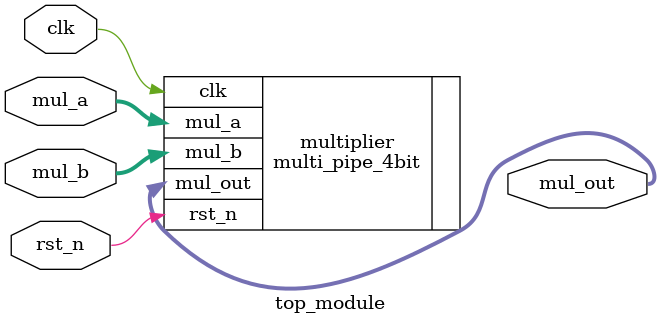
<source format=v>
module top_module(
    input wire clk,
    input wire rst_n,
    input wire [3:0] mul_a,
    input wire [3:0] mul_b,
    output reg [7:0] mul_out
);

    multi_pipe_4bit #(
        .size(4)
    ) multiplier (
        .clk(clk),
        .rst_n(rst_n),
        .mul_a(mul_a),
        .mul_b(mul_b),
        .mul_out(mul_out)
    );

endmodule
</source>
